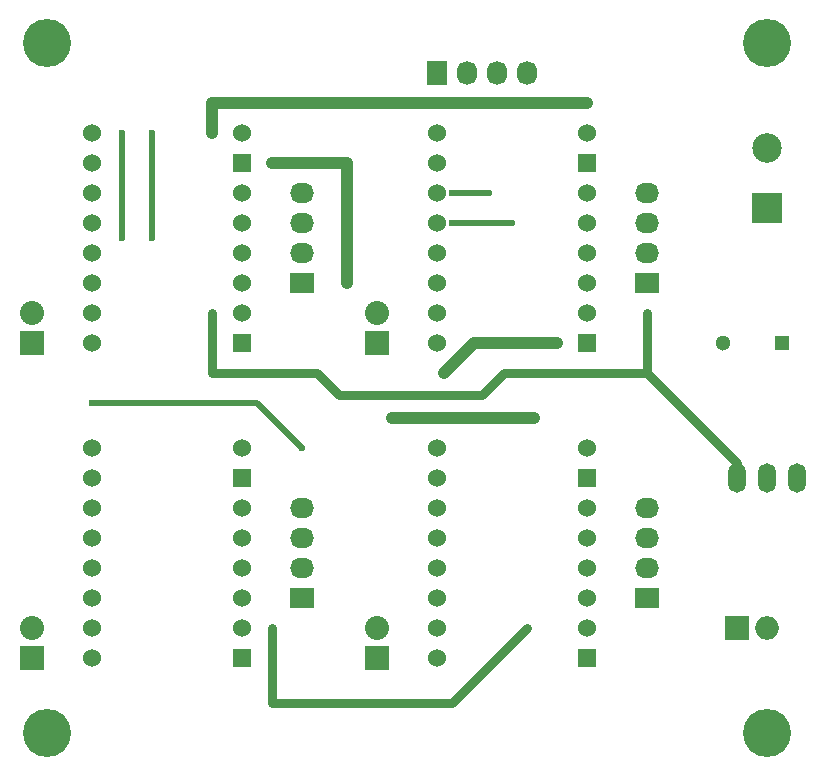
<source format=gbr>
G04 #@! TF.FileFunction,Copper,L1,Top,Signal*
%FSLAX46Y46*%
G04 Gerber Fmt 4.6, Leading zero omitted, Abs format (unit mm)*
G04 Created by KiCad (PCBNEW 4.0.5+dfsg1-4) date Mon Jul 31 15:13:36 2017*
%MOMM*%
%LPD*%
G01*
G04 APERTURE LIST*
%ADD10C,0.100000*%
%ADD11R,1.524000X1.524000*%
%ADD12C,1.524000*%
%ADD13R,2.500000X2.500000*%
%ADD14C,2.500000*%
%ADD15O,1.501140X2.499360*%
%ADD16R,1.300000X1.300000*%
%ADD17C,1.300000*%
%ADD18R,1.727200X2.032000*%
%ADD19O,1.727200X2.032000*%
%ADD20R,2.032000X2.032000*%
%ADD21O,2.032000X2.032000*%
%ADD22R,2.032000X1.727200*%
%ADD23O,2.032000X1.727200*%
%ADD24O,1.998980X1.998980*%
%ADD25R,1.998980X1.998980*%
%ADD26C,4.064000*%
%ADD27C,0.600000*%
%ADD28C,1.000000*%
%ADD29C,0.750000*%
%ADD30C,0.500000*%
G04 APERTURE END LIST*
D10*
D11*
X137160000Y-110490000D03*
D12*
X137160000Y-107950000D03*
X137160000Y-105410000D03*
X137160000Y-102870000D03*
X137160000Y-100330000D03*
X137160000Y-97790000D03*
D11*
X137160000Y-95250000D03*
D12*
X137160000Y-92710000D03*
X124460000Y-92710000D03*
X124460000Y-95250000D03*
X124460000Y-97790000D03*
X124460000Y-100330000D03*
X124460000Y-102870000D03*
X124460000Y-105410000D03*
X124460000Y-107950000D03*
X124460000Y-110490000D03*
D11*
X107950000Y-110490000D03*
D12*
X107950000Y-107950000D03*
X107950000Y-105410000D03*
X107950000Y-102870000D03*
X107950000Y-100330000D03*
X107950000Y-97790000D03*
D11*
X107950000Y-95250000D03*
D12*
X107950000Y-92710000D03*
X95250000Y-92710000D03*
X95250000Y-95250000D03*
X95250000Y-97790000D03*
X95250000Y-100330000D03*
X95250000Y-102870000D03*
X95250000Y-105410000D03*
X95250000Y-107950000D03*
X95250000Y-110490000D03*
D11*
X107950000Y-83820000D03*
D12*
X107950000Y-81280000D03*
X107950000Y-78740000D03*
X107950000Y-76200000D03*
X107950000Y-73660000D03*
X107950000Y-71120000D03*
D11*
X107950000Y-68580000D03*
D12*
X107950000Y-66040000D03*
X95250000Y-66040000D03*
X95250000Y-68580000D03*
X95250000Y-71120000D03*
X95250000Y-73660000D03*
X95250000Y-76200000D03*
X95250000Y-78740000D03*
X95250000Y-81280000D03*
X95250000Y-83820000D03*
D13*
X152400000Y-72390000D03*
D14*
X152400000Y-67390000D03*
D15*
X152400000Y-95250000D03*
X154940000Y-95250000D03*
X149860000Y-95250000D03*
D16*
X153670000Y-83820000D03*
D17*
X148670000Y-83820000D03*
D18*
X124460000Y-60960000D03*
D19*
X127000000Y-60960000D03*
X129540000Y-60960000D03*
X132080000Y-60960000D03*
D20*
X90170000Y-83820000D03*
D21*
X90170000Y-81280000D03*
D20*
X90170000Y-110490000D03*
D21*
X90170000Y-107950000D03*
D20*
X119380000Y-83820000D03*
D21*
X119380000Y-81280000D03*
D20*
X119380000Y-110490000D03*
D21*
X119380000Y-107950000D03*
D11*
X137160000Y-83820000D03*
D12*
X137160000Y-81280000D03*
X137160000Y-78740000D03*
X137160000Y-76200000D03*
X137160000Y-73660000D03*
X137160000Y-71120000D03*
D11*
X137160000Y-68580000D03*
D12*
X137160000Y-66040000D03*
X124460000Y-66040000D03*
X124460000Y-68580000D03*
X124460000Y-71120000D03*
X124460000Y-73660000D03*
X124460000Y-76200000D03*
X124460000Y-78740000D03*
X124460000Y-81280000D03*
X124460000Y-83820000D03*
D22*
X113030000Y-78740000D03*
D23*
X113030000Y-76200000D03*
X113030000Y-73660000D03*
X113030000Y-71120000D03*
D22*
X113030000Y-105410000D03*
D23*
X113030000Y-102870000D03*
X113030000Y-100330000D03*
X113030000Y-97790000D03*
D22*
X142240000Y-78740000D03*
D23*
X142240000Y-76200000D03*
X142240000Y-73660000D03*
X142240000Y-71120000D03*
D22*
X142240000Y-105410000D03*
D23*
X142240000Y-102870000D03*
X142240000Y-100330000D03*
X142240000Y-97790000D03*
D24*
X152400000Y-107950000D03*
D25*
X149860000Y-107950000D03*
D26*
X91440000Y-58420000D03*
X152400000Y-58420000D03*
X152400000Y-116840000D03*
X91440000Y-116840000D03*
D27*
X120650000Y-90170000D03*
X132715000Y-90170000D03*
X137160000Y-63500000D03*
X105410000Y-66040000D03*
X110490000Y-68580000D03*
X116840000Y-78740000D03*
X125095000Y-86360000D03*
X134620000Y-83820000D03*
X105410000Y-81280000D03*
X110490000Y-107950000D03*
X132080000Y-107950000D03*
X142240000Y-81280000D03*
X95250000Y-88900000D03*
X113030000Y-92710000D03*
X97790000Y-66040000D03*
X97790000Y-74930000D03*
X128905000Y-71120000D03*
X125730000Y-71120000D03*
X100330000Y-66040000D03*
X100330000Y-74930000D03*
X125730000Y-73660000D03*
X130810000Y-73660000D03*
D28*
X132715000Y-90170000D02*
X120650000Y-90170000D01*
X105410000Y-63500000D02*
X105410000Y-66040000D01*
X105410000Y-63500000D02*
X137160000Y-63500000D01*
X116840000Y-68580000D02*
X110490000Y-68580000D01*
X116840000Y-78740000D02*
X116840000Y-68580000D01*
X127635000Y-83820000D02*
X125095000Y-86360000D01*
X134620000Y-83820000D02*
X127635000Y-83820000D01*
X152400000Y-67470000D02*
X152400000Y-67390000D01*
D29*
X142240000Y-86360000D02*
X130175000Y-86360000D01*
X105410000Y-86360000D02*
X105410000Y-81280000D01*
X114300000Y-86360000D02*
X105410000Y-86360000D01*
X116205000Y-88265000D02*
X114300000Y-86360000D01*
X128270000Y-88265000D02*
X116205000Y-88265000D01*
X130175000Y-86360000D02*
X128270000Y-88265000D01*
X110490000Y-114300000D02*
X110490000Y-107950000D01*
X125730000Y-114300000D02*
X110490000Y-114300000D01*
X132080000Y-107950000D02*
X125730000Y-114300000D01*
X142240000Y-86360000D02*
X142240000Y-81280000D01*
X149860000Y-95250000D02*
X149860000Y-93980000D01*
X149860000Y-93980000D02*
X142240000Y-86360000D01*
X142240000Y-86360000D02*
X142240000Y-86360000D01*
D30*
X98425000Y-88900000D02*
X99060000Y-88900000D01*
X95250000Y-88900000D02*
X98425000Y-88900000D01*
X109220000Y-88900000D02*
X99060000Y-88900000D01*
X109220000Y-88900000D02*
X113030000Y-92710000D01*
X99060000Y-88900000D02*
X97790000Y-88900000D01*
X97790000Y-74930000D02*
X97790000Y-66040000D01*
X125730000Y-71120000D02*
X128905000Y-71120000D01*
X100330000Y-74930000D02*
X100330000Y-66040000D01*
X130810000Y-73660000D02*
X125730000Y-73660000D01*
M02*

</source>
